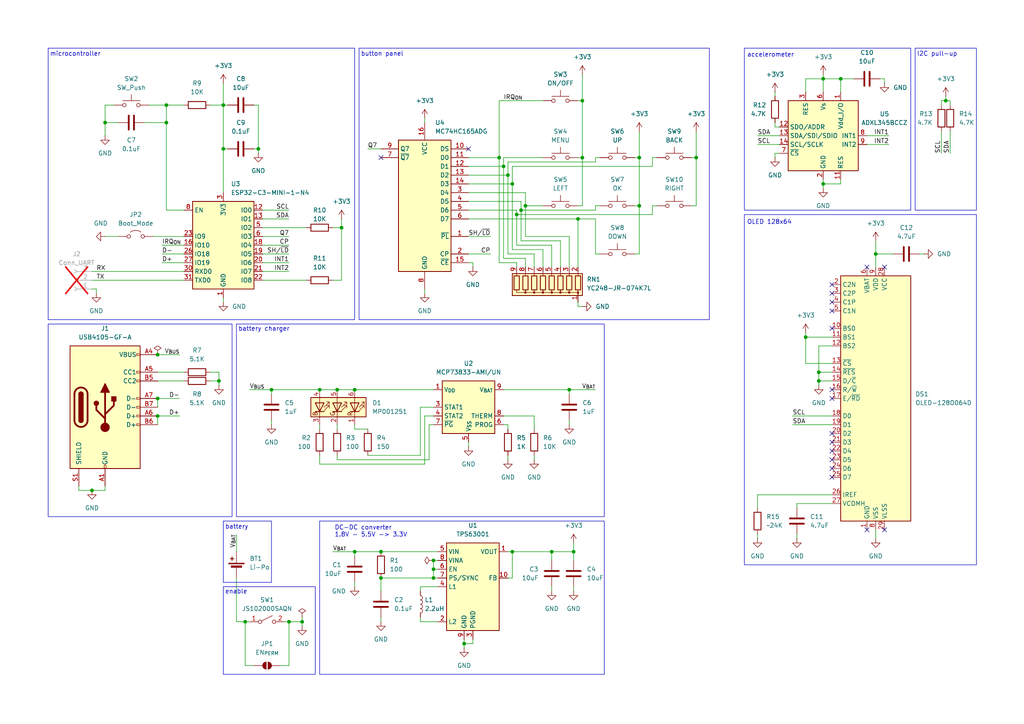
<source format=kicad_sch>
(kicad_sch (version 20231120) (generator "eeschema") (generator_version "8.0")
  (paper "A4")
  (junction (at 125.73 167.64))
  (junction (at 167.64 63.5))
  (junction (at 63.5 110.49))
  (junction (at 78.74 113.03))
  (junction (at 125.73 162.56))
  (junction (at 144.78 45.72))
  (junction (at 87.63 180.34))
  (junction (at 185.42 45.72))
  (junction (at 185.42 59.69))
  (junction (at 233.68 97.79))
  (junction (at 148.59 53.34))
  (junction (at 152.4 59.69))
  (junction (at 102.87 113.03))
  (junction (at 48.26 30.48))
  (junction (at 45.72 102.87))
  (junction (at 26.67 142.24))
  (junction (at 160.02 160.02))
  (junction (at 97.79 113.03))
  (junction (at 201.93 45.72))
  (junction (at 64.77 30.48))
  (junction (at 238.76 22.86))
  (junction (at 243.84 22.86))
  (junction (at 151.13 60.96))
  (junction (at 71.12 180.34))
  (junction (at 254 73.66))
  (junction (at 148.59 160.02))
  (junction (at 125.73 165.1))
  (junction (at 147.32 50.8))
  (junction (at 166.37 160.02))
  (junction (at 238.76 53.34))
  (junction (at 110.49 167.64))
  (junction (at 30.48 35.56))
  (junction (at 48.26 35.56))
  (junction (at 83.82 180.34))
  (junction (at 64.77 43.18))
  (junction (at 146.05 48.26))
  (junction (at 102.87 160.02))
  (junction (at 45.72 120.65))
  (junction (at 92.71 113.03))
  (junction (at 110.49 160.02))
  (junction (at 74.93 43.18))
  (junction (at 168.91 45.72))
  (junction (at 274.32 29.21))
  (junction (at 237.49 110.49))
  (junction (at 165.1 113.03))
  (junction (at 149.86 62.23))
  (junction (at 134.62 186.69))
  (junction (at 237.49 107.95))
  (junction (at 45.72 115.57))
  (junction (at 99.06 66.04))
  (junction (at 168.91 29.21))
  (no_connect (at 241.3 125.73))
  (no_connect (at 241.3 90.17))
  (no_connect (at 251.46 153.67))
  (no_connect (at 241.3 130.81))
  (no_connect (at 241.3 95.25))
  (no_connect (at 256.54 153.67))
  (no_connect (at 241.3 85.09))
  (no_connect (at 135.89 43.18))
  (no_connect (at 251.46 77.47))
  (no_connect (at 241.3 87.63))
  (no_connect (at 256.54 77.47))
  (no_connect (at 241.3 113.03))
  (no_connect (at 110.49 45.72))
  (no_connect (at 241.3 115.57))
  (no_connect (at 241.3 138.43))
  (no_connect (at 241.3 133.35))
  (no_connect (at 241.3 82.55))
  (no_connect (at 241.3 135.89))
  (no_connect (at 241.3 128.27))
  (wire (pts (xy 135.89 50.8) (xy 147.32 50.8)))
  (wire (pts (xy 83.82 180.34) (xy 87.63 180.34)))
  (wire (pts (xy 99.06 66.04) (xy 99.06 63.5)))
  (wire (pts (xy 22.86 142.24) (xy 22.86 140.97)))
  (wire (pts (xy 233.68 97.79) (xy 241.3 97.79)))
  (wire (pts (xy 76.2 73.66) (xy 83.82 73.66)))
  (wire (pts (xy 137.16 185.42) (xy 137.16 186.69)))
  (wire (pts (xy 102.87 113.03) (xy 125.73 113.03)))
  (wire (pts (xy 185.42 38.1) (xy 185.42 45.72)))
  (wire (pts (xy 83.82 68.58) (xy 76.2 68.58)))
  (wire (pts (xy 149.86 62.23) (xy 149.86 60.96)))
  (wire (pts (xy 168.91 29.21) (xy 167.64 29.21)))
  (wire (pts (xy 46.99 76.2) (xy 53.34 76.2)))
  (wire (pts (xy 30.48 30.48) (xy 33.02 30.48)))
  (wire (pts (xy 189.23 48.26) (xy 148.59 48.26)))
  (wire (pts (xy 92.71 113.03) (xy 97.79 113.03)))
  (wire (pts (xy 152.4 68.58) (xy 165.1 68.58)))
  (wire (pts (xy 76.2 78.74) (xy 83.82 78.74)))
  (wire (pts (xy 219.71 41.91) (xy 226.06 41.91)))
  (wire (pts (xy 68.58 180.34) (xy 68.58 167.64)))
  (wire (pts (xy 149.86 62.23) (xy 149.86 71.12)))
  (wire (pts (xy 237.49 110.49) (xy 237.49 111.76)))
  (wire (pts (xy 44.45 68.58) (xy 53.34 68.58)))
  (wire (pts (xy 48.26 30.48) (xy 53.34 30.48)))
  (wire (pts (xy 189.23 59.69) (xy 189.23 62.23)))
  (wire (pts (xy 99.06 66.04) (xy 96.52 66.04)))
  (wire (pts (xy 124.46 133.35) (xy 124.46 123.19)))
  (wire (pts (xy 247.65 22.86) (xy 243.84 22.86)))
  (wire (pts (xy 125.73 162.56) (xy 125.73 165.1)))
  (wire (pts (xy 92.71 132.08) (xy 92.71 134.62)))
  (wire (pts (xy 123.19 120.65) (xy 125.73 120.65)))
  (wire (pts (xy 168.91 21.59) (xy 168.91 29.21)))
  (wire (pts (xy 135.89 48.26) (xy 146.05 48.26)))
  (wire (pts (xy 97.79 124.46) (xy 97.79 123.19)))
  (wire (pts (xy 148.59 53.34) (xy 148.59 72.39)))
  (wire (pts (xy 127 170.18) (xy 121.92 170.18)))
  (wire (pts (xy 76.2 66.04) (xy 88.9 66.04)))
  (wire (pts (xy 87.63 180.34) (xy 87.63 179.07)))
  (wire (pts (xy 251.46 41.91) (xy 257.81 41.91)))
  (wire (pts (xy 233.68 97.79) (xy 233.68 105.41)))
  (wire (pts (xy 97.79 113.03) (xy 102.87 113.03)))
  (wire (pts (xy 173.99 45.72) (xy 172.72 45.72)))
  (wire (pts (xy 74.93 30.48) (xy 74.93 43.18)))
  (wire (pts (xy 185.42 73.66) (xy 184.15 73.66)))
  (wire (pts (xy 99.06 81.28) (xy 96.52 81.28)))
  (wire (pts (xy 147.32 167.64) (xy 148.59 167.64)))
  (wire (pts (xy 135.89 53.34) (xy 148.59 53.34)))
  (wire (pts (xy 146.05 123.19) (xy 147.32 123.19)))
  (wire (pts (xy 233.68 96.52) (xy 233.68 97.79)))
  (wire (pts (xy 73.66 30.48) (xy 74.93 30.48)))
  (wire (pts (xy 152.4 59.69) (xy 152.4 68.58)))
  (wire (pts (xy 172.72 113.03) (xy 165.1 113.03)))
  (wire (pts (xy 26.67 78.74) (xy 53.34 78.74)))
  (wire (pts (xy 27.94 85.09) (xy 27.94 83.82)))
  (wire (pts (xy 26.67 81.28) (xy 53.34 81.28)))
  (wire (pts (xy 241.3 146.05) (xy 231.14 146.05)))
  (wire (pts (xy 135.89 129.54) (xy 135.89 128.27)))
  (wire (pts (xy 71.12 180.34) (xy 71.12 193.04)))
  (wire (pts (xy 154.94 73.66) (xy 154.94 77.47)))
  (wire (pts (xy 237.49 100.33) (xy 241.3 100.33)))
  (wire (pts (xy 189.23 45.72) (xy 189.23 48.26)))
  (wire (pts (xy 144.78 45.72) (xy 135.89 45.72)))
  (wire (pts (xy 237.49 107.95) (xy 237.49 110.49)))
  (wire (pts (xy 166.37 157.48) (xy 166.37 160.02)))
  (wire (pts (xy 219.71 39.37) (xy 226.06 39.37)))
  (wire (pts (xy 46.99 73.66) (xy 53.34 73.66)))
  (wire (pts (xy 64.77 30.48) (xy 64.77 43.18)))
  (wire (pts (xy 160.02 71.12) (xy 160.02 77.47)))
  (wire (pts (xy 68.58 154.94) (xy 68.58 160.02)))
  (wire (pts (xy 45.72 118.11) (xy 45.72 115.57)))
  (wire (pts (xy 102.87 123.19) (xy 102.87 124.46)))
  (wire (pts (xy 45.72 110.49) (xy 53.34 110.49)))
  (wire (pts (xy 157.48 59.69) (xy 152.4 59.69)))
  (wire (pts (xy 121.92 170.18) (xy 121.92 171.45)))
  (wire (pts (xy 110.49 167.64) (xy 125.73 167.64)))
  (wire (pts (xy 134.62 186.69) (xy 134.62 185.42)))
  (wire (pts (xy 81.28 193.04) (xy 83.82 193.04)))
  (wire (pts (xy 152.4 74.93) (xy 152.4 77.47)))
  (wire (pts (xy 238.76 54.61) (xy 238.76 53.34)))
  (wire (pts (xy 254 69.85) (xy 254 73.66)))
  (wire (pts (xy 68.58 180.34) (xy 71.12 180.34)))
  (wire (pts (xy 259.08 73.66) (xy 254 73.66)))
  (wire (pts (xy 243.84 22.86) (xy 243.84 26.67)))
  (wire (pts (xy 166.37 162.56) (xy 166.37 160.02)))
  (wire (pts (xy 92.71 124.46) (xy 92.71 123.19)))
  (wire (pts (xy 45.72 107.95) (xy 53.34 107.95)))
  (wire (pts (xy 76.2 76.2) (xy 83.82 76.2)))
  (wire (pts (xy 185.42 59.69) (xy 184.15 59.69)))
  (wire (pts (xy 43.18 30.48) (xy 48.26 30.48)))
  (wire (pts (xy 201.93 45.72) (xy 200.66 45.72)))
  (wire (pts (xy 172.72 46.99) (xy 147.32 46.99)))
  (wire (pts (xy 123.19 85.09) (xy 123.19 83.82)))
  (wire (pts (xy 201.93 59.69) (xy 200.66 59.69)))
  (wire (pts (xy 166.37 171.45) (xy 166.37 170.18)))
  (wire (pts (xy 97.79 133.35) (xy 124.46 133.35)))
  (wire (pts (xy 45.72 120.65) (xy 52.07 120.65)))
  (wire (pts (xy 97.79 133.35) (xy 97.79 132.08)))
  (wire (pts (xy 238.76 53.34) (xy 238.76 52.07)))
  (wire (pts (xy 30.48 68.58) (xy 34.29 68.58)))
  (wire (pts (xy 219.71 156.21) (xy 219.71 154.94)))
  (wire (pts (xy 231.14 156.21) (xy 231.14 154.94)))
  (wire (pts (xy 41.91 35.56) (xy 48.26 35.56)))
  (wire (pts (xy 168.91 45.72) (xy 167.64 45.72)))
  (wire (pts (xy 134.62 187.96) (xy 134.62 186.69)))
  (wire (pts (xy 110.49 160.02) (xy 127 160.02)))
  (wire (pts (xy 135.89 58.42) (xy 151.13 58.42)))
  (wire (pts (xy 106.68 132.08) (xy 121.92 132.08)))
  (wire (pts (xy 148.59 160.02) (xy 160.02 160.02)))
  (wire (pts (xy 275.59 29.21) (xy 275.59 30.48)))
  (wire (pts (xy 151.13 69.85) (xy 162.56 69.85)))
  (wire (pts (xy 219.71 143.51) (xy 241.3 143.51)))
  (wire (pts (xy 121.92 118.11) (xy 125.73 118.11)))
  (wire (pts (xy 201.93 45.72) (xy 201.93 59.69)))
  (wire (pts (xy 78.74 113.03) (xy 92.71 113.03)))
  (wire (pts (xy 137.16 186.69) (xy 134.62 186.69)))
  (wire (pts (xy 73.66 193.04) (xy 71.12 193.04)))
  (wire (pts (xy 168.91 59.69) (xy 167.64 59.69)))
  (wire (pts (xy 219.71 143.51) (xy 219.71 147.32)))
  (wire (pts (xy 144.78 76.2) (xy 149.86 76.2)))
  (wire (pts (xy 238.76 22.86) (xy 243.84 22.86)))
  (wire (pts (xy 148.59 72.39) (xy 157.48 72.39)))
  (wire (pts (xy 151.13 60.96) (xy 151.13 69.85)))
  (wire (pts (xy 172.72 59.69) (xy 172.72 60.96)))
  (wire (pts (xy 63.5 110.49) (xy 63.5 107.95)))
  (wire (pts (xy 165.1 113.03) (xy 165.1 114.3)))
  (wire (pts (xy 167.64 88.9) (xy 167.64 87.63)))
  (wire (pts (xy 273.05 38.1) (xy 273.05 44.45)))
  (wire (pts (xy 185.42 45.72) (xy 184.15 45.72)))
  (wire (pts (xy 64.77 43.18) (xy 64.77 55.88)))
  (wire (pts (xy 238.76 22.86) (xy 233.68 22.86)))
  (wire (pts (xy 83.82 63.5) (xy 76.2 63.5)))
  (wire (pts (xy 106.68 43.18) (xy 110.49 43.18)))
  (wire (pts (xy 123.19 134.62) (xy 123.19 120.65)))
  (wire (pts (xy 147.32 132.08) (xy 147.32 133.35)))
  (wire (pts (xy 154.94 120.65) (xy 154.94 124.46)))
  (wire (pts (xy 274.32 27.94) (xy 274.32 29.21)))
  (wire (pts (xy 224.79 45.72) (xy 224.79 44.45)))
  (wire (pts (xy 172.72 60.96) (xy 151.13 60.96)))
  (wire (pts (xy 185.42 59.69) (xy 185.42 73.66)))
  (wire (pts (xy 173.99 59.69) (xy 172.72 59.69)))
  (wire (pts (xy 154.94 133.35) (xy 154.94 132.08)))
  (wire (pts (xy 273.05 30.48) (xy 273.05 29.21)))
  (wire (pts (xy 147.32 50.8) (xy 147.32 73.66)))
  (wire (pts (xy 125.73 165.1) (xy 127 165.1)))
  (wire (pts (xy 110.49 171.45) (xy 110.49 167.64)))
  (wire (pts (xy 45.72 102.87) (xy 52.07 102.87)))
  (wire (pts (xy 27.94 83.82) (xy 26.67 83.82)))
  (wire (pts (xy 233.68 26.67) (xy 233.68 22.86)))
  (wire (pts (xy 22.86 142.24) (xy 26.67 142.24)))
  (wire (pts (xy 231.14 146.05) (xy 231.14 147.32)))
  (wire (pts (xy 146.05 120.65) (xy 154.94 120.65)))
  (wire (pts (xy 83.82 60.96) (xy 76.2 60.96)))
  (wire (pts (xy 144.78 45.72) (xy 144.78 76.2)))
  (wire (pts (xy 76.2 71.12) (xy 83.82 71.12)))
  (wire (pts (xy 273.05 29.21) (xy 274.32 29.21)))
  (wire (pts (xy 83.82 180.34) (xy 83.82 193.04)))
  (wire (pts (xy 30.48 35.56) (xy 30.48 39.37)))
  (wire (pts (xy 238.76 21.59) (xy 238.76 22.86)))
  (wire (pts (xy 160.02 160.02) (xy 160.02 162.56)))
  (wire (pts (xy 146.05 45.72) (xy 146.05 48.26)))
  (wire (pts (xy 123.19 34.29) (xy 123.19 35.56)))
  (wire (pts (xy 144.78 29.21) (xy 144.78 45.72)))
  (wire (pts (xy 45.72 115.57) (xy 52.07 115.57)))
  (wire (pts (xy 172.72 73.66) (xy 172.72 63.5)))
  (wire (pts (xy 66.04 30.48) (xy 64.77 30.48)))
  (wire (pts (xy 148.59 167.64) (xy 148.59 160.02)))
  (wire (pts (xy 165.1 113.03) (xy 146.05 113.03)))
  (wire (pts (xy 146.05 74.93) (xy 152.4 74.93)))
  (wire (pts (xy 121.92 180.34) (xy 127 180.34)))
  (wire (pts (xy 78.74 121.92) (xy 78.74 123.19)))
  (wire (pts (xy 96.52 160.02) (xy 102.87 160.02)))
  (wire (pts (xy 76.2 81.28) (xy 88.9 81.28)))
  (wire (pts (xy 167.64 63.5) (xy 167.64 77.47)))
  (wire (pts (xy 46.99 71.12) (xy 53.34 71.12)))
  (wire (pts (xy 165.1 121.92) (xy 165.1 123.19)))
  (wire (pts (xy 147.32 46.99) (xy 147.32 50.8)))
  (wire (pts (xy 172.72 73.66) (xy 173.99 73.66)))
  (wire (pts (xy 99.06 66.04) (xy 99.06 81.28)))
  (wire (pts (xy 30.48 30.48) (xy 30.48 35.56)))
  (wire (pts (xy 224.79 36.83) (xy 226.06 36.83)))
  (wire (pts (xy 125.73 162.56) (xy 127 162.56)))
  (wire (pts (xy 172.72 45.72) (xy 172.72 46.99)))
  (wire (pts (xy 149.86 71.12) (xy 160.02 71.12)))
  (wire (pts (xy 151.13 60.96) (xy 151.13 58.42)))
  (wire (pts (xy 102.87 160.02) (xy 110.49 160.02)))
  (wire (pts (xy 167.64 63.5) (xy 172.72 63.5)))
  (wire (pts (xy 137.16 77.47) (xy 137.16 76.2)))
  (wire (pts (xy 238.76 26.67) (xy 238.76 22.86)))
  (wire (pts (xy 87.63 181.61) (xy 87.63 180.34)))
  (wire (pts (xy 152.4 59.69) (xy 152.4 55.88)))
  (wire (pts (xy 229.87 120.65) (xy 241.3 120.65)))
  (wire (pts (xy 168.91 29.21) (xy 168.91 45.72)))
  (wire (pts (xy 201.93 38.1) (xy 201.93 45.72)))
  (wire (pts (xy 74.93 44.45) (xy 74.93 43.18)))
  (wire (pts (xy 254 156.21) (xy 254 153.67)))
  (wire (pts (xy 48.26 30.48) (xy 48.26 35.56)))
  (wire (pts (xy 162.56 69.85) (xy 162.56 77.47)))
  (wire (pts (xy 92.71 134.62) (xy 123.19 134.62)))
  (wire (pts (xy 157.48 29.21) (xy 144.78 29.21)))
  (wire (pts (xy 224.79 35.56) (xy 224.79 36.83)))
  (wire (pts (xy 146.05 48.26) (xy 146.05 74.93)))
  (wire (pts (xy 224.79 44.45) (xy 226.06 44.45)))
  (wire (pts (xy 168.91 45.72) (xy 168.91 59.69)))
  (wire (pts (xy 63.5 107.95) (xy 60.96 107.95)))
  (wire (pts (xy 168.91 88.9) (xy 167.64 88.9)))
  (wire (pts (xy 72.39 113.03) (xy 78.74 113.03)))
  (wire (pts (xy 190.5 59.69) (xy 189.23 59.69)))
  (wire (pts (xy 102.87 170.18) (xy 102.87 168.91)))
  (wire (pts (xy 254 73.66) (xy 254 77.47)))
  (wire (pts (xy 147.32 123.19) (xy 147.32 124.46)))
  (wire (pts (xy 274.32 29.21) (xy 275.59 29.21)))
  (wire (pts (xy 135.89 60.96) (xy 149.86 60.96)))
  (wire (pts (xy 165.1 68.58) (xy 165.1 77.47)))
  (wire (pts (xy 160.02 171.45) (xy 160.02 170.18)))
  (wire (pts (xy 148.59 160.02) (xy 147.32 160.02)))
  (wire (pts (xy 267.97 73.66) (xy 266.7 73.66)))
  (wire (pts (xy 224.79 26.67) (xy 224.79 27.94)))
  (wire (pts (xy 275.59 38.1) (xy 275.59 44.45)))
  (wire (pts (xy 121.92 179.07) (xy 121.92 180.34)))
  (wire (pts (xy 73.66 43.18) (xy 74.93 43.18)))
  (wire (pts (xy 48.26 60.96) (xy 53.34 60.96)))
  (wire (pts (xy 166.37 160.02) (xy 160.02 160.02)))
  (wire (pts (xy 124.46 123.19) (xy 125.73 123.19)))
  (wire (pts (xy 121.92 132.08) (xy 121.92 118.11)))
  (wire (pts (xy 60.96 110.49) (xy 63.5 110.49)))
  (wire (pts (xy 149.86 76.2) (xy 149.86 77.47)))
  (wire (pts (xy 64.77 24.13) (xy 64.77 30.48)))
  (wire (pts (xy 189.23 45.72) (xy 190.5 45.72)))
  (wire (pts (xy 157.48 45.72) (xy 146.05 45.72)))
  (wire (pts (xy 60.96 30.48) (xy 64.77 30.48)))
  (wire (pts (xy 63.5 111.76) (xy 63.5 110.49)))
  (wire (pts (xy 237.49 110.49) (xy 241.3 110.49)))
  (wire (pts (xy 30.48 142.24) (xy 30.48 140.97)))
  (wire (pts (xy 135.89 73.66) (xy 142.24 73.66)))
  (wire (pts (xy 243.84 53.34) (xy 238.76 53.34)))
  (wire (pts (xy 34.29 35.56) (xy 30.48 35.56)))
  (wire (pts (xy 66.04 43.18) (xy 64.77 43.18)))
  (wire (pts (xy 78.74 114.3) (xy 78.74 113.03)))
  (wire (pts (xy 185.42 45.72) (xy 185.42 59.69)))
  (wire (pts (xy 243.84 52.07) (xy 243.84 53.34)))
  (wire (pts (xy 102.87 124.46) (xy 106.68 124.46)))
  (wire (pts (xy 256.54 22.86) (xy 256.54 24.13)))
  (wire (pts (xy 48.26 35.56) (xy 48.26 60.96)))
  (wire (pts (xy 256.54 22.86) (xy 255.27 22.86)))
  (wire (pts (xy 125.73 165.1) (xy 125.73 167.64)))
  (wire (pts (xy 26.67 142.24) (xy 30.48 142.24)))
  (wire (pts (xy 148.59 48.26) (xy 148.59 53.34)))
  (wire (pts (xy 237.49 100.33) (xy 237.49 107.95)))
  (wire (pts (xy 71.12 180.34) (xy 72.39 180.34)))
  (wire (pts (xy 125.73 167.64) (xy 127 167.64)))
  (wire (pts (xy 237.49 107.95) (xy 241.3 107.95)))
  (wire (pts (xy 251.46 39.37) (xy 257.81 39.37)))
  (wire (pts (xy 157.48 72.39) (xy 157.48 77.47)))
  (wire (pts (xy 135.89 55.88) (xy 152.4 55.88)))
  (wire (pts (xy 147.32 73.66) (xy 154.94 73.66)))
  (wire (pts (xy 135.89 63.5) (xy 167.64 63.5)))
  (wire (pts (xy 229.87 123.19) (xy 241.3 123.19)))
  (wire (pts (xy 64.77 87.63) (xy 64.77 86.36)))
  (wire (pts (xy 137.16 76.2) (xy 135.89 76.2)))
  (wire (pts (xy 45.72 123.19) (xy 45.72 120.65)))
  (wire (pts (xy 83.82 180.34) (xy 82.55 180.34)))
  (wire (pts (xy 189.23 62.23) (xy 149.86 62.23)))
  (wire (pts (xy 102.87 160.02) (xy 102.87 161.29)))
  (wire (pts (xy 233.68 105.41) (xy 241.3 105.41)))
  (wire (pts (xy 110.49 180.34) (xy 110.49 179.07)))
  (wire (pts (xy 135.89 68.58) (xy 142.24 68.58)))
  (rectangle (start 68.58 93.98) (end 175.26 149.86))
  (rectangle (start 13.97 13.97) (end 102.87 92.71))
  (rectangle (start 92.71 151.13) (end 175.26 195.58))
  (rectangle (start 104.14 13.97) (end 205.74 92.71))
  (rectangle (start 13.97 93.98) (end 67.31 149.86))
  (rectangle (start 215.9 62.23) (end 283.21 163.83))
  (rectangle (start 64.77 170.18) (end 91.44 195.58))
  (rectangle (start 215.9 13.97) (end 264.16 60.96))
  (rectangle (start 64.77 151.13) (end 78.74 168.91))
  (rectangle (start 265.43 13.97) (end 283.21 60.96))
  (text "battery charger" (at 69.088 95.504 0) (effects (font (size 1.27 1.27)) (justify left)))
  (text "button panel" (at 104.648 15.748 0) (effects (font (size 1.27 1.27)) (justify left)))
  (text "accelerometer" (at 216.662 16.002 0) (effects (font (size 1.27 1.27)) (justify left)))
  (text "microcontroller" (at 14.4659 15.7474 0) (effects (font (size 1.27 1.27)) (justify left)))
  (text "battery" (at 65.278 152.908 0) (effects (font (size 1.27 1.27)) (justify left)))
  (text "OLED 128x64" (at 216.662 64.516 0) (effects (font (size 1.27 1.27)) (justify left)))
  (text "DC-DC converter\n1.8V - 5.5V -> 3.3V" (at 97.028 154.178 0) (effects (font (size 1.27 1.27)) (justify left)))
  (text "enable" (at 65.278 171.704 0) (effects (font (size 1.27 1.27)) (justify left)))
  (text "I2C pull-up" (at 265.938 15.748 0) (effects (font (size 1.27 1.27)) (justify left)))
  (label "V_{BAT}" (at 172.72 113.03 180))
  (label "SDA" (at 219.71 39.37 0))
  (label "INT2" (at 257.81 41.91 180))
  (label "TX" (at 27.94 81.28 0))
  (label "RX" (at 27.94 78.74 0))
  (label "SH{slash}~{LD}" (at 142.24 68.58 180))
  (label "IRQ_{ON}" (at 46.99 71.12 0))
  (label "INT1" (at 83.82 76.2 180))
  (label "SDA" (at 83.82 63.5 180))
  (label "CP" (at 83.82 71.12 180))
  (label "D-" (at 52.07 115.57 180))
  (label "SDA" (at 275.59 44.45 90))
  (label "SH{slash}~{LD}" (at 83.82 73.66 180))
  (label "INT1" (at 257.81 39.37 180))
  (label "IRQ_{ON}" (at 146.05 29.21 0))
  (label "Q7" (at 83.82 68.58 180))
  (label "D+" (at 52.07 120.65 180))
  (label "SCL" (at 229.87 120.65 0))
  (label "SCL" (at 219.71 41.91 0))
  (label "SCL" (at 83.82 60.96 180))
  (label "Q7" (at 106.68 43.18 0))
  (label "D+" (at 46.99 76.2 0))
  (label "CP" (at 142.24 73.66 180))
  (label "SDA" (at 229.87 123.19 0))
  (label "SCL" (at 273.05 44.45 90))
  (label "V_{BAT}" (at 96.52 160.02 0))
  (label "INT2" (at 83.82 78.74 180))
  (label "D-" (at 46.99 73.66 0))
  (label "V_{BAT}" (at 68.58 154.94 270))
  (label "V_{BUS}" (at 52.07 102.87 180))
  (label "V_{BUS}" (at 72.39 113.03 0))
  (symbol (lib_id "Switch:SW_Push") (at 195.58 45.72 0) (unit 1)
    (property "Reference" "SW9" (at 195.58 38.1 0))
    (property "Value" "BACK" (at 195.58 40.64 0))
    (property "Footprint" "Button_Switch_THT:SW_PUSH_6mm_H4.3mm" (effects (hide yes)))
    (property "Description" "Push button switch, generic, two pins" (effects (hide yes)))
  )
  (symbol (lib_id "power:+3V3") (at 123.19 34.29 0) (unit 1)
    (property "Reference" "#PWR0136" (effects (hide yes)))
    (property "Value" "+3V3" (at 123.19 29.21 0))
    (property "Description" "Power symbol creates a global label with name \"+3V3\"" (effects (hide yes)))
  )
  (symbol (lib_id "power:GND") (at 102.87 170.18 0) (mirror y) (unit 1)
    (property "Reference" "#PWR0141" (effects (hide yes)))
    (property "Value" "GND" (at 100.33 171.4499 0) (effects (justify left)))
    (property "Description" "Power symbol creates a global label with name \"GND\" , ground" (effects (hide yes)))
  )
  (symbol (lib_id "Regulator_Switching:TPS63001") (at 137.16 170.18 0) (unit 1)
    (property "Reference" "U1" (at 137.16 152.4 0))
    (property "Value" "TPS63001" (at 137.16 154.94 0))
    (property "Footprint" "Package_SON:Texas_DRC0010J_ThermalVias" (effects (hide yes)))
    (property "Datasheet" "http://www.ti.com/lit/ds/symlink/tps63000.pdf" (effects (hide yes)))
    (property "Description" "Buck-Boost Converter, 1.8-5.5V Input Voltage, 1.7A Switch Current, 3.3V Output Voltage, VSON-10" (effects (hide yes)))
  )
  (symbol (lib_id "power:+3V3") (at 185.42 38.1 0) (unit 1)
    (property "Reference" "#PWR0123" (effects (hide yes)))
    (property "Value" "+3V3" (at 185.42 33.02 0))
    (property "Description" "Power symbol creates a global label with name \"+3V3\"" (effects (hide yes)))
  )
  (symbol (lib_id "Switch:SW_Push") (at 162.56 59.69 0) (unit 1)
    (property "Reference" "SW5" (at 162.56 52.07 0))
    (property "Value" "LEFT" (at 162.56 54.61 0))
    (property "Footprint" "Button_Switch_THT:SW_PUSH_6mm_H4.3mm" (effects (hide yes)))
    (property "Description" "Push button switch, generic, two pins" (effects (hide yes)))
  )
  (symbol (lib_id "power:GND") (at 137.16 77.47 0) (unit 1)
    (property "Reference" "#PWR0105" (effects (hide yes)))
    (property "Value" "GND" (at 137.16 82.55 0))
    (property "Description" "Power symbol creates a global label with name \"GND\" , ground" (effects (hide yes)))
  )
  (symbol (lib_id "Device:R") (at 92.71 128.27 0) (unit 1)
    (property "Reference" "R2" (at 90.17 126.9999 0) (effects (justify right)))
    (property "Value" "100" (at 90.17 129.5399 0) (effects (justify right)))
    (property "Description" "Resistor" (effects (hide yes)))
  )
  (symbol (lib_id "power:+3V3") (at 254 69.85 0) (unit 1)
    (property "Reference" "#PWR0101" (effects (hide yes)))
    (property "Value" "+3V3" (at 254 64.77 0))
    (property "Description" "Power symbol creates a global label with name \"+3V3\"" (effects (hide yes)))
  )
  (symbol (lib_id "power:GND") (at 256.54 24.13 0) (unit 1)
    (property "Reference" "#PWR0113" (effects (hide yes)))
    (property "Value" "GND" (at 259.08 25.3999 0) (effects (justify left)))
    (property "Description" "Power symbol creates a global label with name \"GND\" , ground" (effects (hide yes)))
  )
  (symbol (lib_id "Connector:USB_C_Receptacle_USB2.0_14P") (at 30.48 118.11 0) (unit 1)
    (property "Reference" "J1" (at 30.48 95.25 0))
    (property "Value" "USB4105-GF-A" (at 30.48 97.79 0))
    (property "Footprint" "Connector_USB:USB_C_Receptacle_GCT_USB4105-xx-A_16P_TopMnt_Horizontal" (effects (hide yes)))
    (property "Datasheet" "https://lv.farnell.com/gct-global-connector-technology/usb4105-gf-a/usb-conn-2-0-type-c-rcpt-16pos/dp/3588205" (effects (hide yes)))
    (property "Description" "USB 2.0-only 14P Type-C Receptacle connector" (effects (hide yes)))
  )
  (symbol (lib_id "Connector:Conn_01x03_Socket") (at 21.59 81.28 180) (unit 1) (dnp yes)
    (property "Reference" "J2" (at 22.225 73.66 0))
    (property "Value" "Conn_UART" (at 22.225 76.2 0))
    (property "Footprint" "Connector_PinHeader_1.00mm:PinHeader_1x03_P1.00mm_Vertical_SMD_Pin1Left" (effects (hide yes)))
    (property "Description" "Generic connector, single row, 01x03, script generated" (effects (hide yes)))
  )
  (symbol (lib_id "Device:C") (at 262.89 73.66 90) (unit 1)
    (property "Reference" "C12" (at 262.89 66.04 90))
    (property "Value" "4.7uF" (at 262.89 68.58 90))
    (property "Description" "Unpolarized capacitor" (effects (hide yes)))
  )
  (symbol (lib_id "Device:C") (at 160.02 166.37 0) (unit 1)
    (property "Reference" "C3" (at 156.21 165.0999 0) (effects (justify right)))
    (property "Value" "10uF" (at 156.21 167.6399 0) (effects (justify right)))
    (property "Description" "Unpolarized capacitor" (effects (hide yes)))
  )
  (symbol (lib_id "Device:C") (at 38.1 35.56 90) (mirror x) (unit 1)
    (property "Reference" "C7" (at 38.1 40.64 90))
    (property "Value" "0.1uF" (at 38.1 43.18 90))
    (property "Footprint" "Custom:C_0603_HandSolder_ValuePrinted" (effects (hide yes)))
    (property "Description" "Unpolarized capacitor" (effects (hide yes)))
  )
  (symbol (lib_id "power:GND") (at 78.74 123.19 0) (unit 1)
    (property "Reference" "#PWR0140" (effects (hide yes)))
    (property "Value" "GND" (at 78.74 128.27 0))
    (property "Description" "Power symbol creates a global label with name \"GND\" , ground" (effects (hide yes)))
  )
  (symbol (lib_id "power:GND") (at 134.62 187.96 0) (unit 1)
    (property "Reference" "#PWR0111" (effects (hide yes)))
    (property "Value" "GND" (at 134.62 193.04 0))
    (property "Description" "Power symbol creates a global label with name \"GND\" , ground" (effects (hide yes)))
  )
  (symbol (lib_id "power:GND") (at 238.76 54.61 0) (unit 1)
    (property "Reference" "#PWR0117" (effects (hide yes)))
    (property "Value" "GND" (at 238.76 59.69 0))
    (property "Description" "Power symbol creates a global label with name \"GND\" , ground" (effects (hide yes)))
  )
  (symbol (lib_id "Device:R") (at 57.15 30.48 270) (unit 1)
    (property "Reference" "R9" (at 57.15 24.13 90))
    (property "Value" "10K" (at 57.15 26.67 90))
    (property "Footprint" "Custom:R_0603_HandSolder_ValuePrinted" (effects (hide yes)))
    (property "Description" "Resistor" (effects (hide yes)))
  )
  (symbol (lib_id "power:+3V3") (at 224.79 26.67 0) (unit 1)
    (property "Reference" "#PWR0115" (effects (hide yes)))
    (property "Value" "+3V3" (at 224.79 21.59 0))
    (property "Description" "Power symbol creates a global label with name \"+3V3\"" (effects (hide yes)))
  )
  (symbol (lib_id "power:GND") (at 219.71 156.21 0) (unit 1)
    (property "Reference" "#PWR0121" (effects (hide yes)))
    (property "Value" "GND" (at 219.71 161.29 0))
    (property "Description" "Power symbol creates a global label with name \"GND\" , ground" (effects (hide yes)))
  )
  (symbol (lib_id "power:GND") (at 231.14 156.21 0) (unit 1)
    (property "Reference" "#PWR0122" (effects (hide yes)))
    (property "Value" "GND" (at 231.14 161.29 0))
    (property "Description" "Power symbol creates a global label with name \"GND\" , ground" (effects (hide yes)))
  )
  (symbol (lib_id "power:GND") (at 160.02 171.45 0) (unit 1)
    (property "Reference" "#PWR0108" (effects (hide yes)))
    (property "Value" "GND" (at 160.02 176.53 0))
    (property "Description" "Power symbol creates a global label with name \"GND\" , ground" (effects (hide yes)))
  )
  (symbol (lib_id "Switch:SW_Push") (at 38.1 30.48 0) (unit 1)
    (property "Reference" "SW2" (at 38.1 22.86 0))
    (property "Value" "SW_Push" (at 38.1 25.4 0))
    (property "Footprint" "Button_Switch_SMD:SW_SPST_B3U-1000P" (effects (hide yes)))
    (property "Description" "Push button switch, generic, two pins" (effects (hide yes)))
  )
  (symbol (lib_id "Switch:SW_Push") (at 179.07 45.72 0) (unit 1)
    (property "Reference" "SW6" (at 179.07 38.1 0))
    (property "Value" "UP" (at 179.07 40.64 0))
    (property "Footprint" "Button_Switch_THT:SW_PUSH_6mm_H4.3mm" (effects (hide yes)))
    (property "Description" "Push button switch, generic, two pins" (effects (hide yes)))
  )
  (symbol (lib_id "Device:C") (at 166.37 166.37 0) (unit 1)
    (property "Reference" "C4" (at 170.18 165.0999 0) (effects (justify left)))
    (property "Value" "10uF" (at 170.18 167.6399 0) (effects (justify left)))
    (property "Description" "Unpolarized capacitor" (effects (hide yes)))
  )
  (symbol (lib_id "Switch:SW_Push") (at 179.07 73.66 0) (unit 1)
    (property "Reference" "SW8" (at 179.07 66.04 0))
    (property "Value" "DOWN" (at 179.07 68.58 0))
    (property "Footprint" "Button_Switch_THT:SW_PUSH_6mm_H4.3mm" (effects (hide yes)))
    (property "Description" "Push button switch, generic, two pins" (effects (hide yes)))
  )
  (symbol (lib_id "Device:C") (at 69.85 30.48 270) (unit 1)
    (property "Reference" "C8" (at 69.85 22.86 90))
    (property "Value" "10uF" (at 69.85 25.4 90))
    (property "Footprint" "Custom:C_0603_HandSolder_ValuePrinted" (effects (hide yes)))
    (property "Description" "Unpolarized capacitor" (effects (hide yes)))
  )
  (symbol (lib_id "power:GND") (at 135.89 129.54 0) (unit 1)
    (property "Reference" "#PWR0127" (effects (hide yes)))
    (property "Value" "GND" (at 135.89 134.62 0))
    (property "Description" "Power symbol creates a global label with name \"GND\" , ground" (effects (hide yes)))
  )
  (symbol (lib_id "Device:R") (at 147.32 128.27 0) (unit 1)
    (property "Reference" "R5" (at 149.86 126.9999 0) (effects (justify left)))
    (property "Value" "1K" (at 149.86 129.5399 0) (effects (justify left)))
    (property "Description" "Resistor" (effects (hide yes)))
  )
  (symbol (lib_id "Device:L") (at 121.92 175.26 0) (unit 1)
    (property "Reference" "L1" (at 123.19 173.9899 0) (effects (justify left)))
    (property "Value" "2.2uH" (at 123.19 176.5299 0) (effects (justify left)))
    (property "Description" "Inductor" (effects (hide yes)))
  )
  (symbol (lib_id "Device:C") (at 110.49 175.26 0) (unit 1)
    (property "Reference" "C2" (at 114.3 173.9899 0) (effects (justify left)))
    (property "Value" "0.1uF" (at 114.3 176.5299 0) (effects (justify left)))
    (property "Description" "Unpolarized capacitor" (effects (hide yes)))
  )
  (symbol (lib_id "Device:C") (at 102.87 165.1 0) (unit 1)
    (property "Reference" "C1" (at 99.06 163.8299 0) (effects (justify right)))
    (property "Value" "10uF" (at 99.06 166.3699 0) (effects (justify right)))
    (property "Description" "Unpolarized capacitor" (effects (hide yes)))
  )
  (symbol (lib_id "power:GND") (at 237.49 111.76 0) (unit 1)
    (property "Reference" "#PWR0119" (effects (hide yes)))
    (property "Value" "GND" (at 237.49 116.84 0))
    (property "Description" "Power symbol creates a global label with name \"GND\" , ground" (effects (hide yes)))
  )
  (symbol (lib_id "Device:R") (at 57.15 107.95 90) (unit 1)
    (property "Reference" "R7" (at 57.15 101.6 90))
    (property "Value" "5.1K" (at 57.15 104.14 90))
    (property "Description" "Resistor" (effects (hide yes)))
  )
  (symbol (lib_id "power:GND") (at 267.97 73.66 90) (unit 1)
    (property "Reference" "#PWR0102" (effects (hide yes)))
    (property "Value" "GND" (at 271.78 73.6599 90) (effects (justify right)))
    (property "Description" "Power symbol creates a global label with name \"GND\" , ground" (effects (hide yes)))
  )
  (symbol (lib_id "power:+3V3") (at 274.32 27.94 0) (unit 1)
    (property "Reference" "#PWR0103" (effects (hide yes)))
    (property "Value" "+3V3" (at 274.32 22.86 0))
    (property "Description" "Power symbol creates a global label with name \"+3V3\"" (effects (hide yes)))
  )
  (symbol (lib_id "Custom:ESP32-C3-MINI-1-N4") (at 64.77 71.12 0) (unit 1)
    (property "Reference" "U3" (at 66.9641 53.34 0) (effects (justify left)))
    (property "Value" "ESP32-C3-MINI-1-N4" (at 66.9641 55.88 0) (effects (justify left)))
    (property "Footprint" "ESP32-C3-MINI-1-N4:ESP32C3MINI1N4" (effects (hide yes)))
    (property "Datasheet" "https://www.tme.eu/Document/ed7212a3cdbf2bc3984a946eab5596f0/ESP32C3-MINI.pdf" (effects (hide yes)))
    (property "Description" "SMD MODULE, ESP32-C3FN4, PCB ANT" (effects (hide yes)))
    (property "Height" "2.55" (effects (hide yes)))
    (property "Mouser Part Number" "356-ESP32-C3-MINI1N4" (effects (hide yes)))
    (property "Mouser Price/Stock" "https://www.mouser.co.uk/ProductDetail/Espressif-Systems/ESP32-C3-MINI-1-N4?qs=stqOd1AaK7%252B%2FpH3qqyGehA%3D%3D" (effects (hide yes)))
    (property "Manufacturer_Name" "Espressif Systems" (effects (hide yes)))
    (property "Manufacturer_Part_Number" "ESP32-C3-MINI-1-N4" (effects (hide yes)))
  )
  (symbol (lib_id "power:GND") (at 254 156.21 0) (unit 1)
    (property "Reference" "#PWR0120" (effects (hide yes)))
    (property "Value" "GND" (at 254 161.29 0))
    (property "Description" "Power symbol creates a global label with name \"GND\" , ground" (effects (hide yes)))
  )
  (symbol (lib_id "Device:LED_RGB") (at 97.79 118.11 270) (mirror x) (unit 1)
    (property "Reference" "D1" (at 107.95 116.8399 90) (effects (justify left)))
    (property "Value" "MP001251" (at 107.95 119.3799 90) (effects (justify left)))
    (property "Footprint" "Custom:LED_MP001251_3.5x2.8mm" (effects (hide yes)))
    (property "Datasheet" "https://www.farnell.com/datasheets/2868667.pdf" (effects (hide yes)))
    (property "Description" "RGB LED, 6 pin package" (effects (hide yes)))
  )
  (symbol (lib_id "power:GND") (at 64.77 87.63 0) (unit 1)
    (property "Reference" "#PWR0129" (effects (hide yes)))
    (property "Value" "GND" (at 67.31 88.8999 0) (effects (justify left)))
    (property "Description" "Power symbol creates a global label with name \"GND\" , ground" (effects (hide yes)))
  )
  (symbol (lib_id "Device:C") (at 78.74 118.11 0) (unit 1)
    (property "Reference" "C5" (at 82.55 116.8399 0) (effects (justify left)))
    (property "Value" "1uF" (at 82.55 119.3799 0) (effects (justify left)))
    (property "Description" "Unpolarized capacitor" (effects (hide yes)))
  )
  (symbol (lib_id "power:+3V3") (at 168.91 21.59 0) (unit 1)
    (property "Reference" "#PWR0106" (effects (hide yes)))
    (property "Value" "+3V3" (at 168.91 16.51 0))
    (property "Description" "Power symbol creates a global label with name \"+3V3\"" (effects (hide yes)))
  )
  (symbol (lib_id "Jumper:Jumper_2_Open") (at 39.37 68.58 0) (mirror y) (unit 1) (exclude_from_sim yes)
    (property "Reference" "JP2" (at 39.37 62.23 0))
    (property "Value" "Boot_Mode" (at 39.37 64.77 0))
    (property "Footprint" "Connector_PinHeader_2.00mm:PinHeader_1x02_P2.00mm_Vertical" (effects (hide yes)))
    (property "Description" "Jumper, 2-pole, open" (effects (hide yes)))
  )
  (symbol (lib_id "power:GND") (at 168.91 88.9 90) (unit 1)
    (property "Reference" "#PWR0104" (effects (hide yes)))
    (property "Value" "GND" (at 172.72 88.8999 90) (effects (justify right)))
    (property "Description" "Power symbol creates a global label with name \"GND\" , ground" (effects (hide yes)))
  )
  (symbol (lib_id "power:GND") (at 147.32 133.35 0) (unit 1)
    (property "Reference" "#PWR0124" (effects (hide yes)))
    (property "Value" "GND" (at 147.32 138.43 0))
    (property "Description" "Power symbol creates a global label with name \"GND\" , ground" (effects (hide yes)))
  )
  (symbol (lib_id "power:+3V3") (at 233.68 96.52 0) (unit 1)
    (property "Reference" "#PWR0118" (effects (hide yes)))
    (property "Value" "+3V3" (at 233.68 91.44 0))
    (property "Description" "Power symbol creates a global label with name \"+3V3\"" (effects (hide yes)))
  )
  (symbol (lib_id "power:GND") (at 224.79 45.72 0) (unit 1)
    (property "Reference" "#PWR0116" (effects (hide yes)))
    (property "Value" "GND" (at 224.79 50.8 0))
    (property "Description" "Power symbol creates a global label with name \"GND\" , ground" (effects (hide yes)))
  )
  (symbol (lib_id "Device:C") (at 165.1 118.11 0) (unit 1)
    (property "Reference" "C6" (at 168.91 116.8399 0) (effects (justify left)))
    (property "Value" "1uF" (at 168.91 119.3799 0) (effects (justify left)))
    (property "Description" "Unpolarized capacitor" (effects (hide yes)))
  )
  (symbol (lib_id "Device:Battery_Cell") (at 68.58 165.1 0) (mirror y) (unit 1)
    (property "Reference" "BT1" (at 72.39 161.9884 0) (effects (justify right)))
    (property "Value" "Li-Po" (at 72.39 164.5284 0) (effects (justify right)))
    (property "Footprint" "footprints:S2BPHSM4TBLFSN" (effects (hide yes)))
    (property "Description" "Single-cell battery" (effects (hide yes)))
  )
  (symbol (lib_id "power:GND") (at 63.5 111.76 0) (unit 1)
    (property "Reference" "#PWR0139" (effects (hide yes)))
    (property "Value" "GND" (at 63.5 116.84 0))
    (property "Description" "Power symbol creates a global label with name \"GND\" , ground" (effects (hide yes)))
  )
  (symbol (lib_id "Device:R") (at 219.71 151.13 0) (unit 1)
    (property "Reference" "R15" (at 222.25 149.8599 0) (effects (justify left)))
    (property "Value" "~24K" (at 222.25 152.3999 0) (effects (justify left)))
    (property "Description" "Resistor" (effects (hide yes)))
  )
  (symbol (lib_id "power:PWR_FLAG") (at 87.63 179.07 0) (unit 1)
    (property "Reference" "#FLG0103" (effects (hide yes)))
    (property "Value" "PWR_FLAG" (effects (hide yes)))
    (property "Description" "Special symbol for telling ERC where power comes from" (effects (hide yes)))
  )
  (symbol (lib_id "power:+3V3") (at 64.77 24.13 0) (unit 1)
    (property "Reference" "#PWR0133" (effects (hide yes)))
    (property "Value" "+3V3" (at 64.77 19.05 0))
    (property "Description" "Power symbol creates a global label with name \"+3V3\"" (effects (hide yes)))
  )
  (symbol (lib_id "power:GND") (at 110.49 180.34 0) (unit 1)
    (property "Reference" "#PWR0112" (effects (hide yes)))
    (property "Value" "GND" (at 110.49 185.42 0))
    (property "Description" "Power symbol creates a global label with name \"GND\" , ground" (effects (hide yes)))
  )
  (symbol (lib_id "74xx:74HC165") (at 123.19 58.42 0) (mirror y) (unit 1)
    (property "Reference" "U4" (at 126.2065 35.56 0) (effects (justify right)))
    (property "Value" "MC74HC165ADG" (at 126.2065 38.1 0) (effects (justify right)))
    (property "Footprint" "Package_SO:SOIC-16_3.9x9.9mm_P1.27mm" (effects (hide yes)))
    (property "Datasheet" "https://assets.nexperia.com/documents/data-sheet/74HC_HCT165.pdf" (effects (hide yes)))
    (property "Description" "Shift Register, 8-bit, Parallel Load" (effects (hide yes)))
  )
  (symbol (lib_id "power:GND") (at 123.19 85.09 0) (unit 1)
    (property "Reference" "#PWR0135" (effects (hide yes)))
    (property "Value" "GND" (at 123.19 90.17 0))
    (property "Description" "Power symbol creates a global label with name \"GND\" , ground" (effects (hide yes)))
  )
  (symbol (lib_id "power:PWR_FLAG") (at 125.73 162.56 90) (unit 1)
    (property "Reference" "#FLG0102" (effects (hide yes)))
    (property "Value" "PWR_FLAG" (effects (hide yes)))
    (property "Description" "Special symbol for telling ERC where power comes from" (effects (hide yes)))
  )
  (symbol (lib_id "Switch:SW_Push") (at 162.56 29.21 0) (unit 1)
    (property "Reference" "SW3" (at 162.56 21.59 0))
    (property "Value" "ON/OFF" (at 162.56 24.13 0))
    (property "Footprint" "Button_Switch_THT:SW_PUSH_6mm_H4.3mm" (effects (hide yes)))
    (property "Description" "Push button switch, generic, two pins" (effects (hide yes)))
  )
  (symbol (lib_id "Jumper:SolderJumper_2_Open") (at 77.47 193.04 0) (mirror x) (unit 1) (exclude_from_sim yes) (in_bom no)
    (property "Reference" "JP1" (at 77.47 186.69 0))
    (property "Value" "EN_{PERM}" (at 77.47 189.23 0))
    (property "Footprint" "Jumper:SolderJumper-2_P1.3mm_Open_RoundedPad1.0x1.5mm" (effects (hide yes)))
    (property "Description" "Solder Jumper, 2-pole, open" (effects (hide yes)))
  )
  (symbol (lib_id "Switch:SW_Push") (at 179.07 59.69 0) (unit 1)
    (property "Reference" "SW7" (at 179.07 52.07 0))
    (property "Value" "OK" (at 179.07 54.61 0))
    (property "Footprint" "Button_Switch_THT:SW_PUSH_6mm_H4.3mm" (effects (hide yes)))
    (property "Description" "Push button switch, generic, two pins" (effects (hide yes)))
  )
  (symbol (lib_id "Device:R") (at 275.59 34.29 180) (unit 1)
    (property "Reference" "R14" (at 278.13 33.0199 0) (effects (justify right)))
    (property "Value" "4.7K" (at 278.13 35.5599 0) (effects (justify right)))
    (property "Description" "Resistor" (effects (hide yes)))
  )
  (symbol (lib_id "Battery_Management:MCP73833-xxx-UN") (at 135.89 118.11 0) (unit 1)
    (property "Reference" "U2" (at 135.89 105.41 0))
    (property "Value" "MCP73833-AMI/UN" (at 135.89 107.95 0))
    (property "Footprint" "Package_SO:MSOP-10_3x3mm_P0.5mm" (effects (hide yes)))
    (property "Datasheet" "https://ww1.microchip.com/downloads/aemDocuments/documents/OTH/ProductDocuments/DataSheets/22005b.pdf" (effects (hide yes)))
    (property "Description" "Stand-Alone Linear Li-Ion / Li-Polymer Charge Management Controller, MSOP-10" (effects (hide yes)))
  )
  (symbol (lib_id "power:GND") (at 165.1 123.19 0) (unit 1)
    (property "Reference" "#PWR0126" (effects (hide yes)))
    (property "Value" "GND" (at 165.1 128.27 0))
    (property "Description" "Power symbol creates a global label with name \"GND\" , ground" (effects (hide yes)))
  )
  (symbol (lib_name "R_1") (lib_id "Device:R") (at 92.71 66.04 270) (mirror x) (unit 1)
    (property "Reference" "R10" (at 92.71 60.96 90))
    (property "Value" "10K" (at 92.71 63.5 90))
    (property "Footprint" "Custom:R_0603_HandSolder_ValuePrinted" (effects (hide yes)))
    (property "Description" "Resistor" (effects (hide yes)))
  )
  (symbol (lib_id "power:+3V3") (at 238.76 21.59 0) (unit 1)
    (property "Reference" "#PWR0114" (effects (hide yes)))
    (property "Value" "+3V3" (at 238.76 16.51 0))
    (property "Description" "Power symbol creates a global label with name \"+3V3\"" (effects (hide yes)))
  )
  (symbol (lib_id "Device:R") (at 110.49 163.83 0) (unit 1)
    (property "Reference" "R1" (at 113.03 162.5599 0) (effects (justify left)))
    (property "Value" "100" (at 113.03 165.0999 0) (effects (justify left)))
    (property "Description" "Resistor" (effects (hide yes)))
  )
  (symbol (lib_id "Switch:SW_Push") (at 195.58 59.69 0) (unit 1)
    (property "Reference" "SW10" (at 195.58 52.07 0))
    (property "Value" "RIGHT" (at 195.58 54.61 0))
    (property "Footprint" "Button_Switch_THT:SW_PUSH_6mm_H4.3mm" (effects (hide yes)))
    (property "Description" "Push button switch, generic, two pins" (effects (hide yes)))
  )
  (symbol (lib_id "power:GND") (at 154.94 133.35 0) (unit 1)
    (property "Reference" "#PWR0125" (effects (hide yes)))
    (property "Value" "GND" (at 154.94 138.43 0))
    (property "Description" "Power symbol creates a global label with name \"GND\" , ground" (effects (hide yes)))
  )
  (symbol (lib_id "power:GND") (at 30.48 68.58 270) (unit 1)
    (property "Reference" "#PWR0130" (effects (hide yes)))
    (property "Value" "GND" (at 29.21 64.77 90))
    (property "Description" "Power symbol creates a global label with name \"GND\" , ground" (effects (hide yes)))
  )
  (symbol (lib_id "Device:R_Network08") (at 157.48 82.55 180) (unit 1)
    (property "Reference" "RN1" (at 170.18 81.0259 0) (effects (justify right)))
    (property "Value" "YC248-JR-074K7L" (at 170.18 83.5659 0) (effects (justify right)))
    (property "Footprint" "footprints:RES_YC248_4X1P6_YAG" (effects (hide yes)))
    (property "Datasheet" "https://4donline.ihs.com/images/VipMasterIC/IC/YAGO/YAGO-S-A0013896438/YAGO-S-A0013896438-1.pdf?hkey=6D3A4C79FDBF58556ACFDE234799DDF0" (effects (hide yes)))
    (property "Description" "8 resistor network, star topology, bussed resistors, small symbol" (effects (hide yes)))
  )
  (symbol (lib_id "power:+3V3") (at 201.93 38.1 0) (unit 1)
    (property "Reference" "#PWR0107" (effects (hide yes)))
    (property "Value" "+3V3" (at 201.93 33.02 0))
    (property "Description" "Power symbol creates a global label with name \"+3V3\"" (effects (hide yes)))
  )
  (symbol (lib_id "Switch:SW_Push") (at 162.56 45.72 0) (unit 1)
    (property "Reference" "SW4" (at 162.56 38.1 0))
    (property "Value" "MENU" (at 162.56 40.64 0))
    (property "Footprint" "Button_Switch_THT:SW_PUSH_6mm_H4.3mm" (effects (hide yes)))
    (property "Description" "Push button switch, generic, two pins" (effects (hide yes)))
  )
  (symbol (lib_id "Device:C") (at 231.14 151.13 180) (unit 1)
    (property "Reference" "C11" (at 234.95 149.8599 0) (effects (justify right)))
    (property "Value" "4.7uF" (at 234.95 152.3999 0) (effects (justify right)))
    (property "Description" "Unpolarized capacitor" (effects (hide yes)))
  )
  (symbol (lib_id "Device:R") (at 154.94 128.27 0) (unit 1)
    (property "Reference" "R6" (at 157.48 126.9999 0) (effects (justify left)))
    (property "Value" "10K" (at 157.48 129.5399 0) (effects (justify left)))
    (property "Description" "Resistor" (effects (hide yes)))
  )
  (symbol (lib_id "power:PWR_FLAG") (at 45.72 102.87 0) (unit 1)
    (property "Reference" "#FLG0101" (effects (hide yes)))
    (property "Value" "PWR_FLAG" (effects (hide yes)))
    (property "Description" "Special symbol for telling ERC where power comes from" (effects (hide yes)))
  )
  (symbol (lib_id "Device:R") (at 57.15 110.49 90) (unit 1)
    (property "Reference" "R8" (at 57.15 114.3 90))
    (property "Value" "5.1K" (at 57.15 116.84 90))
    (property "Description" "Resistor" (effects (hide yes)))
  )
  (symbol (lib_id "Device:C") (at 69.85 43.18 270) (unit 1)
    (property "Reference" "C9" (at 69.85 35.56 90))
    (property "Value" "0.1uF" (at 69.85 38.1 90))
    (property "Footprint" "Custom:C_0603_HandSolder_ValuePrinted" (effects (hide yes)))
    (property "Description" "Unpolarized capacitor" (effects (hide yes)))
  )
  (symbol (lib_id "Device:R") (at 224.79 31.75 180) (unit 1)
    (property "Reference" "R12" (at 222.25 30.4799 0) (effects (justify left)))
    (property "Value" "4.7K" (at 222.25 33.0199 0) (effects (justify left)))
    (property "Description" "Resistor" (effects (hide yes)))
  )
  (symbol (lib_id "power:+3V3") (at 166.37 157.48 0) (unit 1)
    (property "Reference" "#PWR0128" (effects (hide yes)))
    (property "Value" "+3V3" (at 166.37 152.4 0))
    (property "Description" "Power symbol creates a global label with name \"+3V3\"" (effects (hide yes)))
  )
  (symbol (lib_id "power:GND") (at 27.94 85.09 0) (unit 1)
    (property "Reference" "#PWR0131" (effects (hide yes)))
    (property "Value" "GND" (at 27.94 90.17 0))
    (property "Description" "Power symbol creates a global label with name \"GND\" , ground" (effects (hide yes)))
  )
  (symbol (lib_id "Sensor_Motion:ADXL343") (at 238.76 39.37 0) (unit 1)
    (property "Reference" "U5" (at 256.54 33.0514 0))
    (property "Value" "ADXL345BCCZ" (at 256.54 35.5914 0))
    (property "Footprint" "Package_LGA:LGA-14_3x5mm_P0.8mm_LayoutBorder1x6y" (effects (hide yes)))
    (property "Datasheet" "https://www.analog.com/media/en/technical-documentation/data-sheets/ADXL343.pdf" (effects (hide yes)))
    (property "Description" "3-Axis MEMS Accelerometer, 2/4/8/16g range, I2C/SPI, LGA-14" (effects (hide yes)))
  )
  (symbol (lib_id "Display_Graphic:OLED-128O064D") (at 254 115.57 0) (unit 1)
    (property "Reference" "DS1" (at 265.43 114.2999 0) (effects (justify left)))
    (property "Value" "OLED-128O064D" (at 265.43 116.8399 0) (effects (justify left)))
    (property "Footprint" "Display:OLED-128O064D" (effects (hide yes)))
    (property "Datasheet" "https://www.vishay.com/docs/37902/oled128o064dbpp3n00000.pdf" (effects (hide yes)))
    (property "Description" "OLED display 128x64" (effects (hide yes)))
  )
  (symbol (lib_name "R_1") (lib_id "Device:R") (at 92.71 81.28 270) (mirror x) (unit 1)
    (property "Reference" "R11" (at 92.71 74.93 90))
    (property "Value" "10K" (at 92.71 77.47 90))
    (property "Footprint" "Custom:R_0603_HandSolder_ValuePrinted" (effects (hide yes)))
    (property "Description" "Resistor" (effects (hide yes)))
  )
  (symbol (lib_id "power:+3V3") (at 99.06 63.5 0) (unit 1)
    (property "Reference" "#PWR0137" (effects (hide yes)))
    (property "Value" "+3V3" (at 99.06 58.42 0))
    (property "Description" "Power symbol creates a global label with name \"+3V3\"" (effects (hide yes)))
  )
  (symbol (lib_id "power:GND") (at 87.63 181.61 0) (unit 1)
    (property "Reference" "#PWR0110" (effects (hide yes)))
    (property "Value" "GND" (at 87.63 186.69 0))
    (property "Description" "Power symbol creates a global label with name \"GND\" , ground" (effects (hide yes)))
  )
  (symbol (lib_id "Device:C") (at 251.46 22.86 90) (unit 1)
    (property "Reference" "C10" (at 251.46 15.24 90))
    (property "Value" "10uF" (at 251.46 17.78 90))
    (property "Description" "Unpolarized capacitor" (effects (hide yes)))
  )
  (symbol (lib_id "power:GND") (at 30.48 39.37 0) (unit 1)
    (property "Reference" "#PWR0132" (effects (hide yes)))
    (property "Value" "GND" (at 30.48 44.45 0))
    (property "Description" "Power symbol creates a global label with name \"GND\" , ground" (effects (hide yes)))
  )
  (symbol (lib_id "power:GND") (at 26.67 142.24 0) (unit 1)
    (property "Reference" "#PWR0138" (effects (hide yes)))
    (property "Value" "GND" (at 26.67 147.32 0))
    (property "Description" "Power symbol creates a global label with name \"GND\" , ground" (effects (hide yes)))
  )
  (symbol (lib_id "Switch:SW_SPST") (at 77.47 180.34 0) (unit 1)
    (property "Reference" "SW1" (at 77.47 173.99 0))
    (property "Value" "JS102000SAQN" (at 77.47 176.53 0))
    (property "Footprint" "Custom:SW_SPDT_CK_JS102011SAQN" (effects (hide yes)))
    (property "Description" "Single Pole Single Throw (SPST) switch" (effects (hide yes)))
  )
  (symbol (lib_id "power:GND") (at 74.93 44.45 0) (unit 1)
    (property "Reference" "#PWR0134" (effects (hide yes)))
    (property "Value" "GND" (at 74.93 49.53 0))
    (property "Description" "Power symbol creates a global label with name \"GND\" , ground" (effects (hide yes)))
  )
  (symbol (lib_id "Device:R") (at 273.05 34.29 180) (unit 1)
    (property "Reference" "R13" (at 270.51 33.0199 0) (effects (justify left)))
    (property "Value" "4.7K" (at 270.51 35.5599 0) (effects (justify left)))
    (property "Description" "Resistor" (effects (hide yes)))
  )
  (symbol (lib_id "Device:R") (at 106.68 128.27 180) (unit 1)
    (property "Reference" "R4" (at 109.22 126.9999 0) (effects (justify right)))
    (property "Value" "150" (at 109.22 129.5399 0) (effects (justify right)))
    (property "Description" "Resistor" (effects (hide yes)))
  )
  (symbol (lib_id "power:GND") (at 166.37 171.45 0) (unit 1)
    (property "Reference" "#PWR0109" (effects (hide yes)))
    (property "Value" "GND" (at 166.37 176.53 0))
    (property "Description" "Power symbol creates a global label with name \"GND\" , ground" (effects (hide yes)))
  )
  (symbol (lib_id "Device:R") (at 97.79 128.27 0) (unit 1)
    (property "Reference" "R3" (at 100.33 126.9999 0) (effects (justify left)))
    (property "Value" "100" (at 100.33 129.5399 0) (effects (justify left)))
    (property "Description" "Resistor" (effects (hide yes)))
  )
)
</source>
